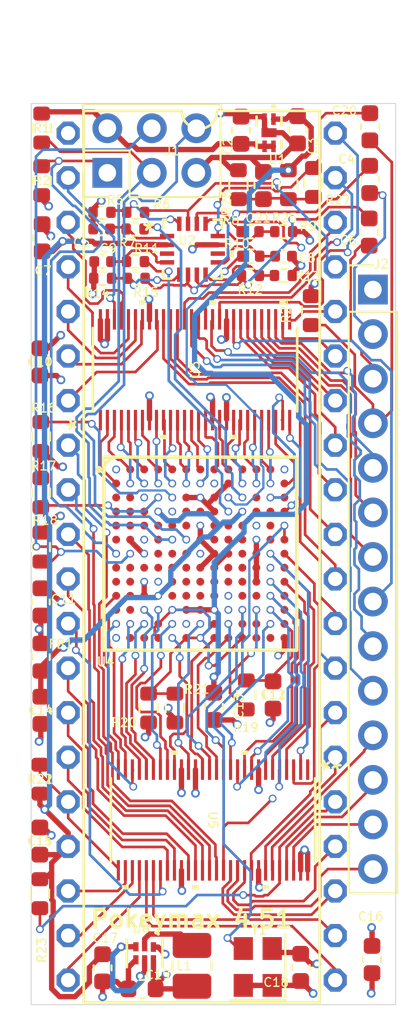
<source format=kicad_pcb>
(kicad_pcb
	(version 20241229)
	(generator "pcbnew")
	(generator_version "9.0")
	(general
		(thickness 1.6)
		(legacy_teardrops no)
	)
	(paper "A4")
	(layers
		(0 "F.Cu" signal)
		(4 "In1.Cu" signal)
		(6 "In2.Cu" signal)
		(2 "B.Cu" signal)
		(13 "F.Paste" user)
		(15 "B.Paste" user)
		(5 "F.SilkS" user "F.Silkscreen")
		(7 "B.SilkS" user "B.Silkscreen")
		(1 "F.Mask" user)
		(3 "B.Mask" user)
		(25 "Edge.Cuts" user)
		(27 "Margin" user)
		(31 "F.CrtYd" user "F.Courtyard")
		(29 "B.CrtYd" user "B.Courtyard")
		(35 "F.Fab" user)
		(33 "B.Fab" user)
	)
	(setup
		(stackup
			(layer "F.SilkS"
				(type "Top Silk Screen")
			)
			(layer "F.Paste"
				(type "Top Solder Paste")
			)
			(layer "F.Mask"
				(type "Top Solder Mask")
				(thickness 0.01)
			)
			(layer "F.Cu"
				(type "copper")
				(thickness 0.035)
			)
			(layer "dielectric 1"
				(type "prepreg")
				(thickness 0.1)
				(material "FR4")
				(epsilon_r 4.5)
				(loss_tangent 0.02)
			)
			(layer "In1.Cu"
				(type "copper")
				(thickness 0.035)
			)
			(layer "dielectric 2"
				(type "core")
				(thickness 1.24)
				(material "FR4")
				(epsilon_r 4.5)
				(loss_tangent 0.02)
			)
			(layer "In2.Cu"
				(type "copper")
				(thickness 0.035)
			)
			(layer "dielectric 3"
				(type "prepreg")
				(thickness 0.1)
				(material "FR4")
				(epsilon_r 4.5)
				(loss_tangent 0.02)
			)
			(layer "B.Cu"
				(type "copper")
				(thickness 0.035)
			)
			(layer "B.Mask"
				(type "Bottom Solder Mask")
				(thickness 0.01)
			)
			(layer "B.Paste"
				(type "Bottom Solder Paste")
			)
			(layer "B.SilkS"
				(type "Bottom Silk Screen")
			)
			(copper_finish "None")
			(dielectric_constraints no)
		)
		(pad_to_mask_clearance 0)
		(allow_soldermask_bridges_in_footprints no)
		(tenting front back)
		(pcbplotparams
			(layerselection 0x00000000_00000000_55555555_5755f5ff)
			(plot_on_all_layers_selection 0x00000000_00000000_00000000_00000000)
			(disableapertmacros no)
			(usegerberextensions no)
			(usegerberattributes yes)
			(usegerberadvancedattributes yes)
			(creategerberjobfile yes)
			(dashed_line_dash_ratio 12.000000)
			(dashed_line_gap_ratio 3.000000)
			(svgprecision 4)
			(plotframeref no)
			(mode 1)
			(useauxorigin no)
			(hpglpennumber 1)
			(hpglpenspeed 20)
			(hpglpendiameter 15.000000)
			(pdf_front_fp_property_popups yes)
			(pdf_back_fp_property_popups yes)
			(pdf_metadata yes)
			(pdf_single_document no)
			(dxfpolygonmode yes)
			(dxfimperialunits yes)
			(dxfusepcbnewfont yes)
			(psnegative no)
			(psa4output no)
			(plot_black_and_white yes)
			(sketchpadsonfab no)
			(plotpadnumbers no)
			(hidednponfab no)
			(sketchdnponfab yes)
			(crossoutdnponfab yes)
			(subtractmaskfromsilk yes)
			(outputformat 1)
			(mirror no)
			(drillshape 0)
			(scaleselection 1)
			(outputdirectory "")
		)
	)
	(net 0 "")
	(net 1 "/Audio output/AUDLOUT")
	(net 2 "Net-(U2-OUT2)")
	(net 3 "/Audio output/AUDROUT")
	(net 4 "Net-(U2-IN+)")
	(net 5 "GND")
	(net 6 "Net-(U2-OUT3)")
	(net 7 "Net-(U2-IN3+)")
	(net 8 "Net-(U2-IN2+)")
	(net 9 "/Level shifter/LOUT1.B22")
	(net 10 "/FPGA/TDI")
	(net 11 "+3.3V")
	(net 12 "/FPGA/TCK")
	(net 13 "/FPGA/TMS")
	(net 14 "Net-(J1-Pin_6)")
	(net 15 "Net-(U2-IN1-)")
	(net 16 "Net-(C21-Pad2)")
	(net 17 "Net-(U2-IN3-)")
	(net 18 "/Audio output/AUD_INT_OUT")
	(net 19 "Net-(U4-CONF_DONE)")
	(net 20 "Net-(U4-NSTATUS)")
	(net 21 "Net-(U2-IN2-)")
	(net 22 "/Audio output/AUD_IN_AMP")
	(net 23 "/FPGA/OSC_CLOCK")
	(net 24 "+5V")
	(net 25 "+2V5")
	(net 26 "+3.3VA")
	(net 27 "/ADC/ADC_RX")
	(net 28 "/ADC/AUD_IN_BIAS")
	(net 29 "/ADC/AUD_IN")
	(net 30 "/Audio output/AUDINT")
	(net 31 "/Audio output/AUDL")
	(net 32 "/Audio output/AUDR")
	(net 33 "/FPGA/PTHRES")
	(net 34 "/ADC/ADC_TX")
	(net 35 "unconnected-(U4-BB$7-PadK5)")
	(net 36 "/FPGA/LIN1.A12")
	(net 37 "unconnected-(U4-IO_UNUSED-PadE1)")
	(net 38 "/FPGA/LIN1.A13")
	(net 39 "/FPGA/LIN2.A11")
	(net 40 "/FPGA/LIN2.A17")
	(net 41 "unconnected-(U4-NC-PadD3)")
	(net 42 "unconnected-(U4-CLK1-PadH4)")
	(net 43 "unconnected-(U4-B$5-PadN3)")
	(net 44 "unconnected-(U4-TB$11-PadC13)")
	(net 45 "unconnected-(U4-BB$14-PadK11)")
	(net 46 "/FPGA/LIN2.A9")
	(net 47 "unconnected-(U4-B$3-PadN2)")
	(net 48 "/FPGA/LIN1.A16")
	(net 49 "unconnected-(U4-BB$10-PadK7)")
	(net 50 "unconnected-(U4-NC-PadE2)")
	(net 51 "/FPGA/LIN2.A14")
	(net 52 "unconnected-(U4-TB$8-PadD11)")
	(net 53 "/FPGA/LIN2.A5")
	(net 54 "/FPGA/NC1")
	(net 55 "/FPGA/LIN1.A22")
	(net 56 "unconnected-(U4-TB$3-PadC2)")
	(net 57 "/FPGA/LIN1.A20")
	(net 58 "/FPGA/LIN2.A8")
	(net 59 "/FPGA/LIN1.A5")
	(net 60 "/FPGA/LIN2.A22")
	(net 61 "/FPGA/LIN1.A9")
	(net 62 "unconnected-(U4-CLK0-PadH6)")
	(net 63 "unconnected-(U4-TB$1-PadC1)")
	(net 64 "unconnected-(U4-BB$21-PadJ6)")
	(net 65 "/FPGA/LIN1.A19")
	(net 66 "/FPGA/LIN2.A10")
	(net 67 "unconnected-(U4-BB$22-PadJ7)")
	(net 68 "unconnected-(U4-B$22-PadN12)")
	(net 69 "unconnected-(U4-JTAG_EN-PadE5)")
	(net 70 "/FPGA/LIN2.A18")
	(net 71 "/FPGA/LIN1.A6")
	(net 72 "/FPGA/LIN1.A2")
	(net 73 "/FPGA/LIN1.A15")
	(net 74 "unconnected-(U4-TB$2-PadD1)")
	(net 75 "unconnected-(U4-BB$20-PadJ5)")
	(net 76 "unconnected-(U4-CRC_ERROR-PadD6)")
	(net 77 "unconnected-(U4-BB$12-PadK10)")
	(net 78 "unconnected-(U4-NC-PadD2)")
	(net 79 "/FPGA/LIN1.A7")
	(net 80 "/FPGA/LIN1.A10")
	(net 81 "/FPGA/LIN1.A18")
	(net 82 "unconnected-(U4-BB$11-PadK8)")
	(net 83 "/FPGA/LIN1.A23")
	(net 84 "/FPGA/LIN2.A23")
	(net 85 "/FPGA/LIN1.A14")
	(net 86 "/FPGA/LIN1.A24")
	(net 87 "unconnected-(U4-CONFIG_SEL-PadD7)")
	(net 88 "/FPGA/LIN1.A4")
	(net 89 "/FPGA/LIN1.A21")
	(net 90 "/FPGA/LIN1.A1")
	(net 91 "/FPGA/LIN2.A1")
	(net 92 "/FPGA/LIN2.A20")
	(net 93 "/FPGA/LIN2.A3")
	(net 94 "/FPGA/LIN2.A6")
	(net 95 "/FPGA/LIN2.A2")
	(net 96 "unconnected-(U4-B$20-PadN11)")
	(net 97 "unconnected-(U4-TB$7-PadC11)")
	(net 98 "/FPGA/LIN2.A15")
	(net 99 "/FPGA/LIN2.A13")
	(net 100 "/FPGA/LIN2.A16")
	(net 101 "Net-(U4-CLK2)")
	(net 102 "/FPGA/LIN2.A21")
	(net 103 "/FPGA/LIN2.A7")
	(net 104 "/FPGA/LIN2.A19")
	(net 105 "/FPGA/LIN1.A8")
	(net 106 "unconnected-(U4-BB$3-PadK2)")
	(net 107 "/FPGA/LIN2.A4")
	(net 108 "/FPGA/LIN2.A24")
	(net 109 "/FPGA/LIN1.A11")
	(net 110 "unconnected-(U4-TB$10-PadD12)")
	(net 111 "unconnected-(U4-BB$4-PadL2)")
	(net 112 "/FPGA/LIN1.A3")
	(net 113 "/FPGA/LIN1.A17")
	(net 114 "unconnected-(U4-BB$23-PadJ8)")
	(net 115 "unconnected-(U4-BB$9-PadK6)")
	(net 116 "/FPGA/LIN2.A12")
	(net 117 "Net-(U6-SW)")
	(net 118 "/Level shifter/LOUT1.B13")
	(net 119 "/Level shifter/LOUT1.B5")
	(net 120 "/Level shifter/LOUT1.B24")
	(net 121 "/Level shifter/LOUT1.B2")
	(net 122 "/Level shifter/LOUT1.B19")
	(net 123 "/Level shifter/LOUT1.B12")
	(net 124 "/Level shifter/LOUT1.B8")
	(net 125 "/Level shifter/LOUT1.B4")
	(net 126 "/Level shifter/LOUT1.B21")
	(net 127 "/Level shifter/LOUT1.B23")
	(net 128 "unconnected-(U2-NC-Pad3)")
	(net 129 "/Level shifter/LOUT1.B14")
	(net 130 "/Level shifter/LOUT1.B11")
	(net 131 "/Level shifter/LOUT1.B10")
	(net 132 "/Level shifter/LOUT1.B6")
	(net 133 "/Level shifter/LOUT1.B3")
	(net 134 "/Level shifter/LOUT1.B1")
	(net 135 "/Level shifter/LOUT1.B9")
	(net 136 "/Level shifter/LOUT1.B15")
	(net 137 "/Level shifter/LOUT1.B7")
	(net 138 "/Level shifter/LOUT1.B17")
	(net 139 "/Level shifter/LOUT1.B16")
	(net 140 "/Level shifter/LOUT1.B18")
	(net 141 "/Level shifter/LOUT1.B20")
	(net 142 "/Level shifter/LOUT2.B1")
	(net 143 "/Level shifter/LOUT2.B13")
	(net 144 "/Level shifter/LOUT2.B12")
	(net 145 "/Level shifter/LOUT2.B15")
	(net 146 "/Level shifter/LOUT2.B18")
	(net 147 "/Level shifter/LOUT2.B6")
	(net 148 "/Level shifter/LOUT2.B3")
	(net 149 "/Level shifter/LOUT2.B24")
	(net 150 "/Level shifter/LOUT2.B11")
	(net 151 "/Level shifter/LOUT2.B21")
	(net 152 "/Level shifter/LOUT2.B14")
	(net 153 "/Level shifter/LOUT2.B16")
	(net 154 "/Level shifter/LOUT2.B22")
	(net 155 "/Level shifter/LOUT2.B9")
	(net 156 "/Level shifter/LOUT2.B23")
	(net 157 "/Level shifter/LOUT2.B19")
	(net 158 "unconnected-(U3-NC-Pad1)")
	(net 159 "/Level shifter/LOUT2.B5")
	(net 160 "/Level shifter/LOUT2.B20")
	(net 161 "/Level shifter/LOUT2.B8")
	(net 162 "/Level shifter/LOUT2.B4")
	(net 163 "/Level shifter/LOUT2.B7")
	(net 164 "/Level shifter/LOUT2.B2")
	(net 165 "/Level shifter/LOUT2.B17")
	(net 166 "unconnected-(U2-NC-Pad10)")
	(net 167 "unconnected-(U5-NC-Pad1)")
	(net 168 "unconnected-(U4-IO_UNUSED-PadE1)_1")
	(net 169 "unconnected-(U4-IO_UNUSED-PadE1)_2")
	(net 170 "unconnected-(U4-IO_UNUSED-PadE1)_3")
	(net 171 "unconnected-(U4-IO_UNUSED-PadE1)_4")
	(net 172 "unconnected-(U4-IO_UNUSED-PadE1)_5")
	(net 173 "unconnected-(U4-IO_UNUSED-PadE1)_6")
	(net 174 "unconnected-(U4-IO_UNUSED-PadE1)_7")
	(net 175 "unconnected-(U4-IO_UNUSED-PadE1)_8")
	(net 176 "unconnected-(U4-IO_UNUSED-PadE1)_9")
	(net 177 "unconnected-(U4-IO_UNUSED-PadE1)_10")
	(net 178 "unconnected-(U4-IO_UNUSED-PadE1)_11")
	(net 179 "unconnected-(U4-IO_UNUSED-PadE1)_12")
	(net 180 "unconnected-(U4-IO_UNUSED-PadE1)_13")
	(net 181 "unconnected-(U4-IO_UNUSED-PadE1)_14")
	(net 182 "unconnected-(U4-IO_UNUSED-PadE1)_15")
	(net 183 "unconnected-(U4-IO_UNUSED-PadE1)_16")
	(net 184 "unconnected-(U4-IO_UNUSED-PadE1)_17")
	(net 185 "unconnected-(U4-IO_UNUSED-PadE1)_18")
	(net 186 "unconnected-(U4-IO_UNUSED-PadE1)_19")
	(net 187 "unconnected-(U4-IO_UNUSED-PadE1)_20")
	(net 188 "unconnected-(U4-IO_UNUSED-PadE1)_21")
	(net 189 "unconnected-(U4-IO_UNUSED-PadE1)_22")
	(net 190 "unconnected-(U4-IO_UNUSED-PadE1)_23")
	(net 191 "unconnected-(U4-IO_UNUSED-PadE1)_24")
	(net 192 "unconnected-(U4-IO_UNUSED-PadE1)_25")
	(net 193 "unconnected-(U4-IO_UNUSED-PadE1)_26")
	(net 194 "Net-(U2-IN4-)")
	(footprint "Resistor_SMD:R_0402_1005Metric" (layer "F.Cu") (at 30.18 28.95))
	(footprint "Inductor_SMD:L_1008_2520Metric_Pad1.43x2.20mm_HandSolder" (layer "F.Cu") (at 26.825 69.386204 -90))
	(footprint "Capacitor_SMD:C_0603_1608Metric" (layer "F.Cu") (at 36.939056 27.575 -90))
	(footprint "Capacitor_SMD:C_0603_1608Metric" (layer "F.Cu") (at 21.725 69.498704 -90))
	(footprint "Capacitor_SMD:C_0603_1608Metric" (layer "F.Cu") (at 23.975 70.698704 180))
	(footprint "Connector_PinHeader_2.54mm:PinHeader_2x03_P2.54mm_Vertical" (layer "F.Cu") (at 21.995 24.2 90))
	(footprint "Capacitor_SMD:C_0603_1608Metric" (layer "F.Cu") (at 37.1 69.025 -90))
	(footprint "tsv854:QFN16_3X3_STM" (layer "F.Cu") (at 26.849999 28.5522))
	(footprint "Resistor_SMD:R_0402_1005Metric" (layer "F.Cu") (at 32.04 30.05))
	(footprint "Resistor_SMD:R_0603_1608Metric" (layer "F.Cu") (at 25.85 54.7 -90))
	(footprint "Capacitor_SMD:C_0603_1608Metric" (layer "F.Cu") (at 28.075 54.6 -90))
	(footprint "Resistor_SMD:R_0402_1005Metric" (layer "F.Cu") (at 23.58 27.4 180))
	(footprint "Resistor_SMD:R_0402_1005Metric" (layer "F.Cu") (at 21.73 30.208365 180))
	(footprint "Oscillator:Oscillator_SMD_Abracon_ASE-4Pin_3.2x2.5mm" (layer "F.Cu") (at 30.57776 69.448704 90))
	(footprint "Inductor_SMD:L_0603_1608Metric" (layer "F.Cu") (at 18.2 51.8 -90))
	(footprint "Capacitor_SMD:C_0603_1608Metric" (layer "F.Cu") (at 18.15 34.975 90))
	(footprint "sn74cb3t16211:DGV56-L" (layer "F.Cu") (at 28.025 61.075 -90))
	(footprint "Capacitor_SMD:C_0603_1608Metric" (layer "F.Cu") (at 31.45 53.95 -90))
	(footprint "Resistor_SMD:R_0603_1608Metric" (layer "F.Cu") (at 32.325 24.875 -90))
	(footprint "Resistor_SMD:R_0603_1608Metric" (layer "F.Cu") (at 18.25 21.65 -90))
	(footprint "Resistor_SMD:R_0603_1608Metric" (layer "F.Cu") (at 18.25 24.65 90))
	(footprint "Resistor_SMD:R_0603_1608Metric" (layer "F.Cu") (at 18.15 65.275 90))
	(footprint "Capacitor_SMD:C_0603_1608Metric" (layer "F.Cu") (at 18.275 27.9 90))
	(footprint "Resistor_SMD:R_0603_1608Metric"
		(layer "F.Cu")
		(uuid "77301a28-acab-4e79-a3fb-7eebf6306043")
		(at 29.925 53.95 90)
		(descr "Resistor SMD 0603 (1608 Metric), square (rectangular) end terminal, IPC-7351 nominal, (Body size source: IPC-SM-782 page 72, https://www.pcb-3d.com/wordpress/wp-content/uploads/ipc-sm-782a_amendment_1_and_2.pdf), generated with kicad-footprint-generator")
		(tags "resistor")
		(property "Reference" "R19"
			(at -1.85 -0.025 0)
			(unlocked yes)
			(layer "F.SilkS")
			(uuid "be3d5da6-8b34-416f-acf9-aa1882d19bf3")
			(effects
				(font
					(size 0.5 0.5)
					(thickness 0.08)
					(bold yes)
				)
			)
		)
		(property "Value" "1k1"
			(at 0 1.43 90)
			(layer "F.Fab")
			(uuid "48ba136e-8b0c-4fc5-8bb9-51ecf11ce846")
			(effects
				(font
					(size 1 1)
					(thickness 0.15)
				)
			)
		)
		(property "Datasheet" ""
			(at 0 0 90)
			(unlocked yes)
			(layer "F.Fab")
			(hide yes)
			(uuid "58838afc-b49a-4ddf-8bc7-5ce8e3a90834")
			(effects
				(font
					(size 1.27 1.27)
					(thickness 0.15)
				)
			)
		)
		(property "Description" "Resistor"
			(at 0 0 90)
			(unlocked yes)
			(layer "F.Fab")
			(hide yes)
			(uuid "f93c86c6-c96d-48b2-96e1-cb55072780ac")
			(effects
				(font
					(size 1.27 1.27)
					(thickness 0.15)
				)
			)
		)
		(property ki_fp_filters "R_*")
		(path "/1dc50d40-2acd-4c26-808b-1819716fc764/971f0099-318a-42a4-aee4-8740ef73c374")
		(sheetname "/ADC/")
		(sheetfile "adc.kicad_sch")
		(attr smd)
		(fp_line
			(start -0.237258 -0.5225)
			(end 0.237258 -0.5225)
			(stroke
				(width 0.12)
				(type solid)
			)
			(layer "F.SilkS")
			(uuid "4fb89ed5-3748-49ef-b4e2-810ea632c55e")
		)
		(fp_line
			(start -0.237258 0.5225)
			(end 0.237258 0.5225)
			(stroke
				(width 0.12)
				(type solid)
			)
			(layer "F.SilkS")
			(uuid "612a7129-33e3-458a-b13d-17eed5b6e4b7")
		)
		(fp_line
			(start 1.48 -0.73)
			(end 1.48 0.73)
			(stroke
				(width 0.05)
				(type solid)
			)
			(layer "F.CrtYd")
			(uuid "6d6098b0-361a-4a7e-b310-a434086b2719")
		)
		(fp_line
			(start -1.48 -0.73)
			(end 1.48 -0.73)
			(stroke
				(width 0.05)
				(type solid)
			)
			(layer "F.CrtYd")
			(uuid "d42152ae-dbaa-4024-beaa-903d74ca363f")
		)
		(fp_line
			(start 1.48 0.73)
			(end -1.48 0.73)
			(stroke
				(width 0.05)
				(type solid)
			)
			(layer "F.CrtYd")
			(uuid "8ea0eb8d-f02e-4489-89dd-04e6ba39da3a")
		)
		(fp_line
			(start -1.48 0.73)
			(end -1.48 -0.73)
			(stroke
				(width 0.05)
				(type solid)
			)
			(layer "F.CrtYd")
			(uuid "3f7b8409-f0a9-4b8e-927f-1413032b04b3")
		)
		(fp_line
			(start 0.8 -0.4125)
			(end 0.8 0.4125)
			(stroke
				(width 0.1)
				(type solid)
			)
			(layer "F.Fab")
			(uuid "dee2db7e-878b-423a-ae6c-2d451bcd2a4b")
		)
		(fp_line
			(start -0.8 -0.4125)
			(end 0.8 -0.4125)
			(stroke
				(width 0.1)
				(type solid)
			)
			(layer "F.Fab")
			(uuid "692d3323-da51-46f3-83db-e68eef518994")
		)
		(fp_line
			(start 0.8 0.4125)
			(end -0.8 0.4125)
			(stroke
				(width 0.1)
				(type solid)
			)
			(layer "F.Fab")
			(uuid "c5dc16ca-d0a8-44ce-9bf4-dfb907fee952")
		)
		(fp_line
			(start -0.8 0.4125
... [878970 chars truncated]
</source>
